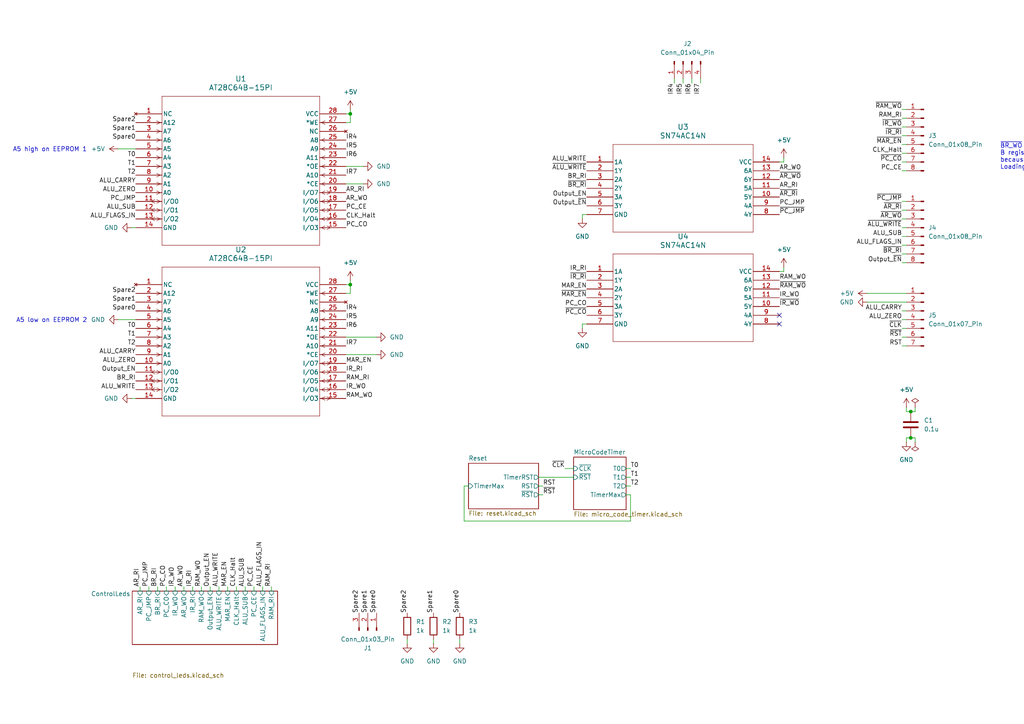
<source format=kicad_sch>
(kicad_sch (version 20231120) (generator "eeschema") (generator_version "8.0")
  (paper "A4")
  (lib_symbols
    (symbol "6x_not:SN74AC14N" (pin_names (offset 0.254))
      (property "Reference" "U" (at 27.94 10.16 0))
      (property "Value" "SN74AC14N" (at 27.94 7.62 0))
      (symbol "SN74AC14N_0_1"
        (polyline (pts (xy 7.62 -20.32) (xy 48.26 -20.32)) (stroke (width 0.127)))
        (polyline (pts (xy 7.62 5.08) (xy 7.62 -20.32)) (stroke (width 0.127)))
        (polyline (pts (xy 48.26 -20.32) (xy 48.26 5.08)) (stroke (width 0.127)))
        (polyline (pts (xy 48.26 5.08) (xy 7.62 5.08)) (stroke (width 0.127)))
        (pin input line (at 0 0 0) (length 7.62) (name "1A") (number "1"))
        (pin output line (at 55.88 -10.16 180) (length 7.62) (name "5Y") (number "10"))
        (pin input line (at 55.88 -7.62 180) (length 7.62) (name "5A") (number "11"))
        (pin output line (at 55.88 -5.08 180) (length 7.62) (name "6Y") (number "12"))
        (pin input line (at 55.88 -2.54 180) (length 7.62) (name "6A") (number "13"))
        (pin power_in line (at 55.88 0 180) (length 7.62) (name "VCC") (number "14"))
        (pin output line (at 0 -2.54 0) (length 7.62) (name "1Y") (number "2"))
        (pin input line (at 0 -5.08 0) (length 7.62) (name "2A") (number "3"))
        (pin output line (at 0 -7.62 0) (length 7.62) (name "2Y") (number "4"))
        (pin input line (at 0 -10.16 0) (length 7.62) (name "3A") (number "5"))
        (pin output line (at 0 -12.7 0) (length 7.62) (name "3Y") (number "6"))
        (pin power_in line (at 0 -15.24 0) (length 7.62) (name "GND") (number "7"))
        (pin output line (at 55.88 -15.24 180) (length 7.62) (name "4Y") (number "8"))
        (pin input line (at 55.88 -12.7 180) (length 7.62) (name "4A") (number "9"))
      )
    )
    (symbol "Connector:Conn_01x03_Pin" (pin_names (offset 1.016) hide)
      (property "Reference" "J" (at 0 5.08 0))
      (property "Value" "Conn_01x03_Pin" (at 0 -5.08 0))
      (symbol "Conn_01x03_Pin_1_1"
        (polyline (pts (xy 1.27 -2.54) (xy 0.8636 -2.54)) (stroke (width 0.1524)))
        (polyline (pts (xy 1.27 0) (xy 0.8636 0)) (stroke (width 0.1524)))
        (polyline (pts (xy 1.27 2.54) (xy 0.8636 2.54)) (stroke (width 0.1524)))
        (rectangle (start 0.8636 -2.413) (end 0 -2.667) (stroke (width 0.1524)) (fill (type outline)))
        (rectangle (start 0.8636 0.127) (end 0 -0.127) (stroke (width 0.1524)) (fill (type outline)))
        (rectangle (start 0.8636 2.667) (end 0 2.413) (stroke (width 0.1524)) (fill (type outline)))
        (pin passive line (at 5.08 2.54 180) (length 3.81) (name "Pin_1") (number "1"))
        (pin passive line (at 5.08 0 180) (length 3.81) (name "Pin_2") (number "2"))
        (pin passive line (at 5.08 -2.54 180) (length 3.81) (name "Pin_3") (number "3"))
      )
    )
    (symbol "Connector:Conn_01x04_Pin" (pin_names (offset 1.016) hide)
      (property "Reference" "J" (at 0 5.08 0))
      (property "Value" "Conn_01x04_Pin" (at 0 -7.62 0))
      (symbol "Conn_01x04_Pin_1_1"
        (polyline (pts (xy 1.27 -5.08) (xy 0.8636 -5.08)) (stroke (width 0.1524)))
        (polyline (pts (xy 1.27 -2.54) (xy 0.8636 -2.54)) (stroke (width 0.1524)))
        (polyline (pts (xy 1.27 0) (xy 0.8636 0)) (stroke (width 0.1524)))
        (polyline (pts (xy 1.27 2.54) (xy 0.8636 2.54)) (stroke (width 0.1524)))
        (rectangle (start 0.8636 -4.953) (end 0 -5.207) (stroke (width 0.1524)) (fill (type outline)))
        (rectangle (start 0.8636 -2.413) (end 0 -2.667) (stroke (width 0.1524)) (fill (type outline)))
        (rectangle (start 0.8636 0.127) (end 0 -0.127) (stroke (width 0.1524)) (fill (type outline)))
        (rectangle (start 0.8636 2.667) (end 0 2.413) (stroke (width 0.1524)) (fill (type outline)))
        (pin passive line (at 5.08 2.54 180) (length 3.81) (name "Pin_1") (number "1"))
        (pin passive line (at 5.08 0 180) (length 3.81) (name "Pin_2") (number "2"))
        (pin passive line (at 5.08 -2.54 180) (length 3.81) (name "Pin_3") (number "3"))
        (pin passive line (at 5.08 -5.08 180) (length 3.81) (name "Pin_4") (number "4"))
      )
    )
    (symbol "Connector:Conn_01x07_Pin" (pin_names (offset 1.016) hide)
      (property "Reference" "J" (at 0 10.16 0))
      (property "Value" "Conn_01x07_Pin" (at 0 -10.16 0))
      (symbol "Conn_01x07_Pin_1_1"
        (polyline (pts (xy 1.27 -7.62) (xy 0.8636 -7.62)) (stroke (width 0.1524)))
        (polyline (pts (xy 1.27 -5.08) (xy 0.8636 -5.08)) (stroke (width 0.1524)))
        (polyline (pts (xy 1.27 -2.54) (xy 0.8636 -2.54)) (stroke (width 0.1524)))
        (polyline (pts (xy 1.27 0) (xy 0.8636 0)) (stroke (width 0.1524)))
        (polyline (pts (xy 1.27 2.54) (xy 0.8636 2.54)) (stroke (width 0.1524)))
        (polyline (pts (xy 1.27 5.08) (xy 0.8636 5.08)) (stroke (width 0.1524)))
        (polyline (pts (xy 1.27 7.62) (xy 0.8636 7.62)) (stroke (width 0.1524)))
        (rectangle (start 0.8636 -7.493) (end 0 -7.747) (stroke (width 0.1524)) (fill (type outline)))
        (rectangle (start 0.8636 -4.953) (end 0 -5.207) (stroke (width 0.1524)) (fill (type outline)))
        (rectangle (start 0.8636 -2.413) (end 0 -2.667) (stroke (width 0.1524)) (fill (type outline)))
        (rectangle (start 0.8636 0.127) (end 0 -0.127) (stroke (width 0.1524)) (fill (type outline)))
        (rectangle (start 0.8636 2.667) (end 0 2.413) (stroke (width 0.1524)) (fill (type outline)))
        (rectangle (start 0.8636 5.207) (end 0 4.953) (stroke (width 0.1524)) (fill (type outline)))
        (rectangle (start 0.8636 7.747) (end 0 7.493) (stroke (width 0.1524)) (fill (type outline)))
        (pin passive line (at 5.08 7.62 180) (length 3.81) (name "Pin_1") (number "1"))
        (pin passive line (at 5.08 5.08 180) (length 3.81) (name "Pin_2") (number "2"))
        (pin passive line (at 5.08 2.54 180) (length 3.81) (name "Pin_3") (number "3"))
        (pin passive line (at 5.08 0 180) (length 3.81) (name "Pin_4") (number "4"))
        (pin passive line (at 5.08 -2.54 180) (length 3.81) (name "Pin_5") (number "5"))
        (pin passive line (at 5.08 -5.08 180) (length 3.81) (name "Pin_6") (number "6"))
        (pin passive line (at 5.08 -7.62 180) (length 3.81) (name "Pin_7") (number "7"))
      )
    )
    (symbol "Connector:Conn_01x08_Pin" (pin_names (offset 1.016) hide)
      (property "Reference" "J" (at 0 10.16 0))
      (property "Value" "Conn_01x08_Pin" (at 0 -12.7 0))
      (symbol "Conn_01x08_Pin_1_1"
        (polyline (pts (xy 1.27 -10.16) (xy 0.8636 -10.16)) (stroke (width 0.1524)))
        (polyline (pts (xy 1.27 -7.62) (xy 0.8636 -7.62)) (stroke (width 0.1524)))
        (polyline (pts (xy 1.27 -5.08) (xy 0.8636 -5.08)) (stroke (width 0.1524)))
        (polyline (pts (xy 1.27 -2.54) (xy 0.8636 -2.54)) (stroke (width 0.1524)))
        (polyline (pts (xy 1.27 0) (xy 0.8636 0)) (stroke (width 0.1524)))
        (polyline (pts (xy 1.27 2.54) (xy 0.8636 2.54)) (stroke (width 0.1524)))
        (polyline (pts (xy 1.27 5.08) (xy 0.8636 5.08)) (stroke (width 0.1524)))
        (polyline (pts (xy 1.27 7.62) (xy 0.8636 7.62)) (stroke (width 0.1524)))
        (rectangle (start 0.8636 -10.033) (end 0 -10.287) (stroke (width 0.1524)) (fill (type outline)))
        (rectangle (start 0.8636 -7.493) (end 0 -7.747) (stroke (width 0.1524)) (fill (type outline)))
        (rectangle (start 0.8636 -4.953) (end 0 -5.207) (stroke (width 0.1524)) (fill (type outline)))
        (rectangle (start 0.8636 -2.413) (end 0 -2.667) (stroke (width 0.1524)) (fill (type outline)))
        (rectangle (start 0.8636 0.127) (end 0 -0.127) (stroke (width 0.1524)) (fill (type outline)))
        (rectangle (start 0.8636 2.667) (end 0 2.413) (stroke (width 0.1524)) (fill (type outline)))
        (rectangle (start 0.8636 5.207) (end 0 4.953) (stroke (width 0.1524)) (fill (type outline)))
        (rectangle (start 0.8636 7.747) (end 0 7.493) (stroke (width 0.1524)) (fill (type outline)))
        (pin passive line (at 5.08 7.62 180) (length 3.81) (name "Pin_1") (number "1"))
        (pin passive line (at 5.08 5.08 180) (length 3.81) (name "Pin_2") (number "2"))
        (pin passive line (at 5.08 2.54 180) (length 3.81) (name "Pin_3") (number "3"))
        (pin passive line (at 5.08 0 180) (length 3.81) (name "Pin_4") (number "4"))
        (pin passive line (at 5.08 -2.54 180) (length 3.81) (name "Pin_5") (number "5"))
        (pin passive line (at 5.08 -5.08 180) (length 3.81) (name "Pin_6") (number "6"))
        (pin passive line (at 5.08 -7.62 180) (length 3.81) (name "Pin_7") (number "7"))
        (pin passive line (at 5.08 -10.16 180) (length 3.81) (name "Pin_8") (number "8"))
      )
    )
    (symbol "Device:C" (pin_numbers hide) (pin_names (offset 0.254))
      (property "Reference" "C" (at 0.635 2.54 0))
      (property "Value" "C" (at 0.635 -2.54 0))
      (symbol "C_0_1"
        (polyline (pts (xy -2.032 -0.762) (xy 2.032 -0.762)) (stroke (width 0.508)))
        (polyline (pts (xy -2.032 0.762) (xy 2.032 0.762)) (stroke (width 0.508)))
      )
      (symbol "C_1_1"
        (pin passive line (at 0 3.81 270) (length 2.794) (name "~") (number "1"))
        (pin passive line (at 0 -3.81 90) (length 2.794) (name "~") (number "2"))
      )
    )
    (symbol "Device:R" (pin_numbers hide) (pin_names (offset 0))
      (property "Reference" "R" (at 2.032 0 90))
      (property "Value" "R" (at 0 0 90))
      (symbol "R_0_1"
        (rectangle (start -1.016 -2.54) (end 1.016 2.54) (stroke (width 0.254)))
      )
      (symbol "R_1_1"
        (pin passive line (at 0 3.81 270) (length 1.27) (name "~") (number "1"))
        (pin passive line (at 0 -3.81 90) (length 1.27) (name "~") (number "2"))
      )
    )
    (symbol "eeprom:AT28C64B-15PI" (pin_names (offset 0.254))
      (property "Reference" "U" (at 30.48 10.16 0))
      (property "Value" "AT28C64B-15PI" (at 30.48 7.62 0))
      (symbol "AT28C64B-15PI_0_1"
        (polyline (pts (xy 5.5372 -31.0007) (xy 4.4958 -30.48)) (stroke (width 0.127)))
        (polyline (pts (xy 5.5372 -29.9593) (xy 4.4958 -30.48)) (stroke (width 0.127)))
        (polyline (pts (xy 5.5372 -28.4607) (xy 4.4958 -27.94)) (stroke (width 0.127)))
        (polyline (pts (xy 5.5372 -27.4193) (xy 4.4958 -27.94)) (stroke (width 0.127)))
        (polyline (pts (xy 5.5372 -25.9207) (xy 4.4958 -25.4)) (stroke (width 0.127)))
        (polyline (pts (xy 5.5372 -24.8793) (xy 4.4958 -25.4)) (stroke (width 0.127)))
        (polyline (pts (xy 7.0993 -30.48) (xy 6.0579 -31.0007)) (stroke (width 0.127)))
        (polyline (pts (xy 7.0993 -30.48) (xy 6.0579 -29.9593)) (stroke (width 0.127)))
        (polyline (pts (xy 7.0993 -27.94) (xy 6.0579 -28.4607)) (stroke (width 0.127)))
        (polyline (pts (xy 7.0993 -27.94) (xy 6.0579 -27.4193)) (stroke (width 0.127)))
        (polyline (pts (xy 7.0993 -25.4) (xy 6.0579 -25.9207)) (stroke (width 0.127)))
        (polyline (pts (xy 7.0993 -25.4) (xy 6.0579 -24.8793)) (stroke (width 0.127)))
        (polyline (pts (xy 7.0993 -22.86) (xy 6.0579 -23.3807)) (stroke (width 0.127)))
        (polyline (pts (xy 7.0993 -22.86) (xy 6.0579 -22.3393)) (stroke (width 0.127)))
        (polyline (pts (xy 7.0993 -20.32) (xy 6.0579 -20.8407)) (stroke (width 0.127)))
        (polyline (pts (xy 7.0993 -20.32) (xy 6.0579 -19.7993)) (stroke (width 0.127)))
        (polyline (pts (xy 7.0993 -17.78) (xy 6.0579 -18.3007)) (stroke (width 0.127)))
        (polyline (pts (xy 7.0993 -17.78) (xy 6.0579 -17.2593)) (stroke (width 0.127)))
        (polyline (pts (xy 7.0993 -15.24) (xy 6.0579 -15.7607)) (stroke (width 0.127)))
        (polyline (pts (xy 7.0993 -15.24) (xy 6.0579 -14.7193)) (stroke (width 0.127)))
        (polyline (pts (xy 7.0993 -12.7) (xy 6.0579 -13.2207)) (stroke (width 0.127)))
        (polyline (pts (xy 7.0993 -12.7) (xy 6.0579 -12.1793)) (stroke (width 0.127)))
        (polyline (pts (xy 7.0993 -10.16) (xy 6.0579 -10.6807)) (stroke (width 0.127)))
        (polyline (pts (xy 7.0993 -10.16) (xy 6.0579 -9.6393)) (stroke (width 0.127)))
        (polyline (pts (xy 7.0993 -7.62) (xy 6.0579 -8.1407)) (stroke (width 0.127)))
        (polyline (pts (xy 7.0993 -7.62) (xy 6.0579 -7.0993)) (stroke (width 0.127)))
        (polyline (pts (xy 7.0993 -5.08) (xy 6.0579 -5.6007)) (stroke (width 0.127)))
        (polyline (pts (xy 7.0993 -5.08) (xy 6.0579 -4.5593)) (stroke (width 0.127)))
        (polyline (pts (xy 7.0993 -2.54) (xy 6.0579 -3.0607)) (stroke (width 0.127)))
        (polyline (pts (xy 7.0993 -2.54) (xy 6.0579 -2.0193)) (stroke (width 0.127)))
        (polyline (pts (xy 7.62 -38.1) (xy 53.34 -38.1)) (stroke (width 0.127)))
        (polyline (pts (xy 7.62 5.08) (xy 7.62 -38.1)) (stroke (width 0.127)))
        (polyline (pts (xy 53.34 -38.1) (xy 53.34 5.08)) (stroke (width 0.127)))
        (polyline (pts (xy 53.34 5.08) (xy 7.62 5.08)) (stroke (width 0.127)))
        (polyline (pts (xy 53.8607 -33.02) (xy 54.9021 -33.5407)) (stroke (width 0.127)))
        (polyline (pts (xy 53.8607 -33.02) (xy 54.9021 -32.4993)) (stroke (width 0.127)))
        (polyline (pts (xy 53.8607 -30.48) (xy 54.9021 -31.0007)) (stroke (width 0.127)))
        (polyline (pts (xy 53.8607 -30.48) (xy 54.9021 -29.9593)) (stroke (width 0.127)))
        (polyline (pts (xy 53.8607 -27.94) (xy 54.9021 -28.4607)) (stroke (width 0.127)))
        (polyline (pts (xy 53.8607 -27.94) (xy 54.9021 -27.4193)) (stroke (width 0.127)))
        (polyline (pts (xy 53.8607 -25.4) (xy 54.9021 -25.9207)) (stroke (width 0.127)))
        (polyline (pts (xy 53.8607 -25.4) (xy 54.9021 -24.8793)) (stroke (width 0.127)))
        (polyline (pts (xy 53.8607 -22.86) (xy 54.9021 -23.3807)) (stroke (width 0.127)))
        (polyline (pts (xy 53.8607 -22.86) (xy 54.9021 -22.3393)) (stroke (width 0.127)))
        (polyline (pts (xy 53.8607 -20.32) (xy 54.9021 -20.8407)) (stroke (width 0.127)))
        (polyline (pts (xy 53.8607 -20.32) (xy 54.9021 -19.7993)) (stroke (width 0.127)))
        (polyline (pts (xy 53.8607 -17.78) (xy 54.9021 -18.3007)) (stroke (width 0.127)))
        (polyline (pts (xy 53.8607 -17.78) (xy 54.9021 -17.2593)) (stroke (width 0.127)))
        (polyline (pts (xy 53.8607 -15.24) (xy 54.9021 -15.7607)) (stroke (width 0.127)))
        (polyline (pts (xy 53.8607 -15.24) (xy 54.9021 -14.7193)) (stroke (width 0.127)))
        (polyline (pts (xy 53.8607 -12.7) (xy 54.9021 -13.2207)) (stroke (width 0.127)))
        (polyline (pts (xy 53.8607 -12.7) (xy 54.9021 -12.1793)) (stroke (width 0.127)))
        (polyline (pts (xy 53.8607 -10.16) (xy 54.9021 -10.6807)) (stroke (width 0.127)))
        (polyline (pts (xy 53.8607 -10.16) (xy 54.9021 -9.6393)) (stroke (width 0.127)))
        (polyline (pts (xy 53.8607 -7.62) (xy 54.9021 -8.1407)) (stroke (width 0.127)))
        (polyline (pts (xy 53.8607 -7.62) (xy 54.9021 -7.0993)) (stroke (width 0.127)))
        (polyline (pts (xy 53.8607 -2.54) (xy 54.9021 -3.0607)) (stroke (width 0.127)))
        (polyline (pts (xy 53.8607 -2.54) (xy 54.9021 -2.0193)) (stroke (width 0.127)))
        (polyline (pts (xy 55.4228 -33.5407) (xy 56.4642 -33.02)) (stroke (width 0.127)))
        (polyline (pts (xy 55.4228 -32.4993) (xy 56.4642 -33.02)) (stroke (width 0.127)))
        (polyline (pts (xy 55.4228 -31.0007) (xy 56.4642 -30.48)) (stroke (width 0.127)))
        (polyline (pts (xy 55.4228 -29.9593) (xy 56.4642 -30.48)) (stroke (width 0.127)))
        (polyline (pts (xy 55.4228 -28.4607) (xy 56.4642 -27.94)) (stroke (width 0.127)))
        (polyline (pts (xy 55.4228 -27.4193) (xy 56.4642 -27.94)) (stroke (width 0.127)))
        (polyline (pts (xy 55.4228 -25.9207) (xy 56.4642 -25.4)) (stroke (width 0.127)))
        (polyline (pts (xy 55.4228 -24.8793) (xy 56.4642 -25.4)) (stroke (width 0.127)))
        (polyline (pts (xy 55.4228 -23.3807) (xy 56.4642 -22.86)) (stroke (width 0.127)))
        (polyline (pts (xy 55.4228 -22.3393) (xy 56.4642 -22.86)) (stroke (width 0.127)))
        (pin no_connect line (at 0 0 0) (length 7.62) (name "NC") (number "1"))
        (pin input line (at 0 -22.86 0) (length 7.62) (name "A0") (number "10"))
        (pin bidirectional line (at 0 -25.4 0) (length 7.62) (name "I/O0") (number "11"))
        (pin bidirectional line (at 0 -27.94 0) (length 7.62) (name "I/O1") (number "12"))
        (pin bidirectional line (at 0 -30.48 0) (length 7.62) (name "I/O2") (number "13"))
        (pin power_in line (at 0 -33.02 0) (length 7.62) (name "GND") (number "14"))
        (pin bidirectional line (at 60.96 -33.02 180) (length 7.62) (name "I/O3") (number "15"))
        (pin bidirectional line (at 60.96 -30.48 180) (length 7.62) (name "I/O4") (number "16"))
        (pin bidirectional line (at 60.96 -27.94 180) (length 7.62) (name "I/O5") (number "17"))
        (pin bidirectional line (at 60.96 -25.4 180) (length 7.62) (name "I/O6") (number "18"))
        (pin bidirectional line (at 60.96 -22.86 180) (length 7.62) (name "I/O7") (number "19"))
        (pin input line (at 0 -2.54 0) (length 7.62) (name "A12") (number "2"))
        (pin input line (at 60.96 -20.32 180) (length 7.62) (name "*CE") (number "20"))
        (pin input line (at 60.96 -17.78 180) (length 7.62) (name "A10") (number "21"))
        (pin input line (at 60.96 -15.24 180) (length 7.62) (name "*OE") (number "22"))
        (pin input line (at 60.96 -12.7 180) (length 7.62) (name "A11") (number "23"))
        (pin input line (at 60.96 -10.16 180) (length 7.62) (name "A9") (number "24"))
        (pin input line (at 60.96 -7.62 180) (length 7.62) (name "A8") (number "25"))
        (pin no_connect line (at 60.96 -5.08 180) (length 7.62) (name "NC") (number "26"))
        (pin input line (at 60.96 -2.54 180) (length 7.62) (name "*WE") (number "27"))
        (pin power_in line (at 60.96 0 180) (length 7.62) (name "VCC") (number "28"))
        (pin input line (at 0 -5.08 0) (length 7.62) (name "A7") (number "3"))
        (pin input line (at 0 -7.62 0) (length 7.62) (name "A6") (number "4"))
        (pin input line (at 0 -10.16 0) (length 7.62) (name "A5") (number "5"))
        (pin input line (at 0 -12.7 0) (length 7.62) (name "A4") (number "6"))
        (pin input line (at 0 -15.24 0) (length 7.62) (name "A3") (number "7"))
        (pin input line (at 0 -17.78 0) (length 7.62) (name "A2") (number "8"))
        (pin input line (at 0 -20.32 0) (length 7.62) (name "A1") (number "9"))
      )
    )
    (symbol "power:+5V" (power) (pin_numbers hide) (pin_names (offset 0) hide)
      (property "Value" "+5V" (at 0 3.556 0))
      (symbol "+5V_0_1"
        (polyline (pts (xy -0.762 1.27) (xy 0 2.54)))
        (polyline (pts (xy 0 0) (xy 0 2.54)))
        (polyline (pts (xy 0 2.54) (xy 0.762 1.27)))
      )
      (symbol "+5V_1_1"
        (pin power_in line (at 0 0 90) (length 0) (name "~") (number "1"))
      )
    )
    (symbol "power:GND" (power) (pin_numbers hide) (pin_names (offset 0) hide)
      (property "Value" "GND" (at 0 -3.81 0))
      (symbol "GND_0_1"
        (polyline (pts (xy 0 0) (xy 0 -1.27) (xy 1.27 -1.27) (xy 0 -2.54) (xy -1.27 -1.27) (xy 0 -1.27)))
      )
      (symbol "GND_1_1"
        (pin power_in line (at 0 0 270) (length 0) (name "~") (number "1"))
      )
    )
    (symbol "power:PWR_FLAG" (power) (pin_numbers hide) (pin_names (offset 0) hide)
      (property "Value" "PWR_FLAG" (at 0 3.81 0))
      (symbol "PWR_FLAG_0_0"
        (pin power_out line (at 0 0 90) (length 0) (name "~") (number "1"))
      )
      (symbol "PWR_FLAG_0_1"
        (polyline (pts (xy 0 0) (xy 0 1.27) (xy -1.016 1.905) (xy 0 2.54) (xy 1.016 1.905) (xy 0 1.27)))
      )
    )
  )
  (junction (at 264.16 119.38))
  (junction (at 264.16 127))
  (junction (at 101.6 82.55))
  (junction (at 101.6 33.02))
  (no_connect (at 226.06 93.98))
  (no_connect (at 226.06 91.44))
  (wire (pts (xy 181.61 143.51) (xy 182.88 143.51)))
  (wire (pts (xy 156.21 143.51) (xy 157.48 143.51)))
  (wire (pts (xy 181.61 140.97) (xy 182.88 140.97)))
  (wire (pts (xy 262.89 127) (xy 264.16 127)))
  (wire (pts (xy 45.72 171.45) (xy 45.72 170.18)))
  (wire (pts (xy 55.88 171.45) (xy 55.88 170.18)))
  (wire (pts (xy 38.1 66.04) (xy 39.37 66.04)))
  (wire (pts (xy 101.6 85.09) (xy 100.33 85.09)))
  (wire (pts (xy 48.26 171.45) (xy 48.26 170.18)))
  (wire (pts (xy 182.88 143.51) (xy 182.88 151.13)))
  (wire (pts (xy 156.21 140.97) (xy 157.48 140.97)))
  (wire (pts (xy 198.12 22.86) (xy 198.12 24.13)))
  (wire (pts (xy 262.89 118.11) (xy 262.89 119.38)))
  (wire (pts (xy 261.62 95.25) (xy 262.89 95.25)))
  (wire (pts (xy 251.46 85.09) (xy 262.89 85.09)))
  (wire (pts (xy 265.43 128.27) (xy 265.43 127)))
  (wire (pts (xy 261.62 34.29) (xy 262.89 34.29)))
  (wire (pts (xy 101.6 35.56) (xy 100.33 35.56)))
  (wire (pts (xy 261.62 100.33) (xy 262.89 100.33)))
  (wire (pts (xy 63.5 171.45) (xy 63.5 170.18)))
  (wire (pts (xy 163.83 135.89) (xy 166.37 135.89)))
  (wire (pts (xy 101.6 31.75) (xy 101.6 33.02)))
  (wire (pts (xy 261.62 76.2) (xy 262.89 76.2)))
  (wire (pts (xy 156.21 138.43) (xy 166.37 138.43)))
  (wire (pts (xy 168.91 62.23) (xy 168.91 63.5)))
  (wire (pts (xy 133.35 185.42) (xy 133.35 186.69)))
  (wire (pts (xy 261.62 46.99) (xy 262.89 46.99)))
  (wire (pts (xy 100.33 102.87) (xy 109.22 102.87)))
  (wire (pts (xy 170.18 62.23) (xy 168.91 62.23)))
  (wire (pts (xy 168.91 93.98) (xy 168.91 95.25)))
  (wire (pts (xy 262.89 119.38) (xy 264.16 119.38)))
  (wire (pts (xy 181.61 135.89) (xy 182.88 135.89)))
  (wire (pts (xy 53.34 171.45) (xy 53.34 170.18)))
  (wire (pts (xy 60.96 171.45) (xy 60.96 170.18)))
  (wire (pts (xy 261.62 39.37) (xy 262.89 39.37)))
  (wire (pts (xy 261.62 73.66) (xy 262.89 73.66)))
  (wire (pts (xy 261.62 41.91) (xy 262.89 41.91)))
  (wire (pts (xy 125.73 185.42) (xy 125.73 186.69)))
  (wire (pts (xy 182.88 151.13) (xy 134.62 151.13)))
  (wire (pts (xy 261.62 58.42) (xy 262.89 58.42)))
  (wire (pts (xy 76.2 171.45) (xy 76.2 170.18)))
  (wire (pts (xy 100.33 53.34) (xy 105.41 53.34)))
  (wire (pts (xy 39.37 43.18) (xy 34.29 43.18)))
  (wire (pts (xy 227.33 78.74) (xy 226.06 78.74)))
  (wire (pts (xy 101.6 82.55) (xy 101.6 85.09)))
  (wire (pts (xy 181.61 138.43) (xy 182.88 138.43)))
  (wire (pts (xy 101.6 33.02) (xy 101.6 35.56)))
  (wire (pts (xy 227.33 45.72) (xy 227.33 46.99)))
  (wire (pts (xy 227.33 46.99) (xy 226.06 46.99)))
  (wire (pts (xy 261.62 31.75) (xy 262.89 31.75)))
  (wire (pts (xy 261.62 97.79) (xy 262.89 97.79)))
  (wire (pts (xy 118.11 185.42) (xy 118.11 186.69)))
  (wire (pts (xy 50.8 171.45) (xy 50.8 170.18)))
  (wire (pts (xy 200.66 22.86) (xy 200.66 24.13)))
  (wire (pts (xy 40.64 171.45) (xy 40.64 170.18)))
  (wire (pts (xy 265.43 127) (xy 264.16 127)))
  (wire (pts (xy 261.62 68.58) (xy 262.89 68.58)))
  (wire (pts (xy 261.62 63.5) (xy 262.89 63.5)))
  (wire (pts (xy 251.46 87.63) (xy 262.89 87.63)))
  (wire (pts (xy 38.1 115.57) (xy 39.37 115.57)))
  (wire (pts (xy 78.74 171.45) (xy 78.74 170.18)))
  (wire (pts (xy 261.62 71.12) (xy 262.89 71.12)))
  (wire (pts (xy 134.62 140.97) (xy 135.89 140.97)))
  (wire (pts (xy 170.18 93.98) (xy 168.91 93.98)))
  (wire (pts (xy 265.43 119.38) (xy 264.16 119.38)))
  (wire (pts (xy 261.62 66.04) (xy 262.89 66.04)))
  (wire (pts (xy 195.58 22.86) (xy 195.58 24.13)))
  (wire (pts (xy 261.62 92.71) (xy 262.89 92.71)))
  (wire (pts (xy 203.2 22.86) (xy 203.2 24.13)))
  (wire (pts (xy 261.62 49.53) (xy 262.89 49.53)))
  (wire (pts (xy 262.89 128.27) (xy 262.89 127)))
  (wire (pts (xy 261.62 36.83) (xy 262.89 36.83)))
  (wire (pts (xy 100.33 48.26) (xy 105.41 48.26)))
  (wire (pts (xy 43.18 171.45) (xy 43.18 170.18)))
  (wire (pts (xy 100.33 82.55) (xy 101.6 82.55)))
  (wire (pts (xy 71.12 171.45) (xy 71.12 170.18)))
  (wire (pts (xy 100.33 33.02) (xy 101.6 33.02)))
  (wire (pts (xy 39.37 92.71) (xy 34.29 92.71)))
  (wire (pts (xy 227.33 77.47) (xy 227.33 78.74)))
  (wire (pts (xy 100.33 97.79) (xy 109.22 97.79)))
  (wire (pts (xy 66.04 171.45) (xy 66.04 170.18)))
  (wire (pts (xy 58.42 171.45) (xy 58.42 170.18)))
  (wire (pts (xy 101.6 81.28) (xy 101.6 82.55)))
  (wire (pts (xy 261.62 44.45) (xy 262.89 44.45)))
  (wire (pts (xy 68.58 171.45) (xy 68.58 170.18)))
  (wire (pts (xy 134.62 151.13) (xy 134.62 140.97)))
  (wire (pts (xy 261.62 60.96) (xy 262.89 60.96)))
  (wire (pts (xy 73.66 171.45) (xy 73.66 170.18)))
  (wire (pts (xy 265.43 118.11) (xy 265.43 119.38)))
  (wire (pts (xy 261.62 90.17) (xy 262.89 90.17)))
  (text "A5 high on EEPROM 1" (at 14.478 43.434 0) (effects (font (size 1.27 1.27))))
  (text "~{BR_WO}\nB register output is not used in Ben Eaters computer,\nbecause it would require another EEPROM or EEPROMS with more data lines.\nLoading to B is only used for ALU operations." (at 290.068 45.466 0) (effects (font (size 1.27 1.27)) (justify left)))
  (text "A5 low on EEPROM 2" (at 14.986 92.964 0) (effects (font (size 1.27 1.27))))
  (label "T0" (at 39.37 45.72 180))
  (label "PC_JMP" (at 43.18 170.18 90))
  (label "PC_CE" (at 73.66 170.18 90))
  (label "T1" (at 39.37 48.26 180))
  (label "ALU_SUB" (at 39.37 60.96 180))
  (label "~{CLK}" (at 163.83 135.89 180))
  (label "Output_EN" (at 60.96 170.18 90))
  (label "~{CLK}" (at 261.62 95.25 180))
  (label "AR_RI" (at 40.64 170.18 90))
  (label "MAR_EN" (at 170.18 83.82 180))
  (label "~{RAM_WO}" (at 226.06 83.82 0))
  (label "IR6" (at 100.33 95.25 0))
  (label "~{RST}" (at 157.48 143.51 0))
  (label "PC_JMP" (at 226.06 59.69 0))
  (label "ALU_ZERO" (at 39.37 105.41 180))
  (label "~{IR_WO}" (at 261.62 36.83 180))
  (label "PC_CE" (at 261.62 49.53 180))
  (label "AR_WO" (at 53.34 170.18 90))
  (label "~{ALU_WRITE}" (at 170.18 49.53 180))
  (label "Spare0" (at 133.35 177.8 90))
  (label "PC_CO" (at 48.26 170.18 90))
  (label "IR_RI" (at 55.88 170.18 90))
  (label "IR4" (at 100.33 40.64 0))
  (label "Spare1" (at 125.73 177.8 90))
  (label "Spare2" (at 39.37 85.09 180))
  (label "RST" (at 157.48 140.97 0))
  (label "ALU_WRITE" (at 39.37 113.03 180))
  (label "T2" (at 182.88 140.97 0))
  (label "ALU_FLAGS_IN" (at 39.37 63.5 180))
  (label "IR_WO" (at 226.06 86.36 0))
  (label "IR_WO" (at 100.33 113.03 0))
  (label "IR6" (at 100.33 45.72 0))
  (label "T2" (at 39.37 100.33 180))
  (label "RAM_WO" (at 100.33 115.57 0))
  (label "~{RST}" (at 261.62 97.79 180))
  (label "Spare1" (at 39.37 87.63 180))
  (label "ALU_SUB" (at 261.62 68.58 180))
  (label "~{BR_RI}" (at 170.18 54.61 180))
  (label "Output_EN" (at 170.18 57.15 180))
  (label "IR5" (at 198.12 24.13 270))
  (label "MAR_EN" (at 100.33 105.41 0))
  (label "ALU_WRITE" (at 170.18 46.99 180))
  (label "PC_CO" (at 170.18 88.9 180))
  (label "RST" (at 261.62 100.33 180))
  (label "Output_~{EN}" (at 170.18 59.69 180))
  (label "RAM_RI" (at 261.62 34.29 180))
  (label "BR_RI" (at 39.37 110.49 180))
  (label "AR_WO" (at 100.33 58.42 0))
  (label "T1" (at 182.88 138.43 0))
  (label "~{IR_RI}" (at 170.18 81.28 180))
  (label "ALU_CARRY" (at 39.37 53.34 180))
  (label "MAR_EN" (at 66.04 170.18 90))
  (label "PC_CE" (at 100.33 60.96 0))
  (label "~{MAR_EN}" (at 170.18 86.36 180))
  (label "IR7" (at 100.33 100.33 0))
  (label "AR_RI" (at 100.33 55.88 0))
  (label "ALU_CARRY" (at 261.62 90.17 180))
  (label "~{PC_CO}" (at 170.18 91.44 180))
  (label "Output_EN" (at 39.37 107.95 180))
  (label "T1" (at 39.37 97.79 180))
  (label "ALU_ZERO" (at 39.37 55.88 180))
  (label "RAM_RI" (at 100.33 110.49 0))
  (label "IR5" (at 100.33 92.71 0))
  (label "~{IR_RI}" (at 261.62 39.37 180))
  (label "IR_WO" (at 50.8 170.18 90))
  (label "ALU_WRITE" (at 63.5 170.18 90))
  (label "IR4" (at 100.33 90.17 0))
  (label "~{BR_RI}" (at 261.62 73.66 180))
  (label "AR_WO" (at 226.06 49.53 0))
  (label "ALU_FLAGS_IN" (at 76.2 170.18 90))
  (label "ALU_SUB" (at 71.12 170.18 90))
  (label "ALU_FLAGS_IN" (at 261.62 71.12 180))
  (label "ALU_ZERO" (at 261.62 92.71 180))
  (label "Spare0" (at 109.22 177.8 90))
  (label "~{RAM_WO}" (at 261.62 31.75 180))
  (label "IR4" (at 195.58 24.13 270))
  (label "RAM_WO" (at 226.06 81.28 0))
  (label "Spare1" (at 39.37 38.1 180))
  (label "RAM_WO" (at 58.42 170.18 90))
  (label "~{AR_RI}" (at 226.06 57.15 0))
  (label "~{AR_WO}" (at 226.06 52.07 0))
  (label "IR7" (at 100.33 50.8 0))
  (label "CLK_Halt" (at 100.33 63.5 0))
  (label "BR_RI" (at 170.18 52.07 180))
  (label "T0" (at 39.37 95.25 180))
  (label "~{PC_JMP}" (at 226.06 62.23 0))
  (label "RAM_RI" (at 78.74 170.18 90))
  (label "CLK_Halt" (at 68.58 170.18 90))
  (label "Spare0" (at 39.37 90.17 180))
  (label "PC_JMP" (at 39.37 58.42 180))
  (label "~{AR_WO}" (at 261.62 63.5 180))
  (label "Spare2" (at 104.14 177.8 90))
  (label "~{ALU_WRITE}" (at 261.62 66.04 180))
  (label "Spare2" (at 39.37 35.56 180))
  (label "BR_RI" (at 45.72 170.18 90))
  (label "Output_~{EN}" (at 261.62 76.2 180))
  (label "CLK_Halt" (at 261.62 44.45 180))
  (label "ALU_CARRY" (at 39.37 102.87 180))
  (label "~{PC_JMP}" (at 261.62 58.42 180))
  (label "Spare0" (at 39.37 40.64 180))
  (label "Spare2" (at 118.11 177.8 90))
  (label "AR_RI" (at 226.06 54.61 0))
  (label "IR_RI" (at 100.33 107.95 0))
  (label "IR7" (at 203.2 24.13 270))
  (label "T2" (at 39.37 50.8 180))
  (label "IR_RI" (at 170.18 78.74 180))
  (label "T0" (at 182.88 135.89 0))
  (label "Spare1" (at 106.68 177.8 90))
  (label "IR5" (at 100.33 43.18 0))
  (label "~{MAR_EN}" (at 261.62 41.91 180))
  (label "IR6" (at 200.66 24.13 270))
  (label "~{PC_CO}" (at 261.62 46.99 180))
  (label "~{IR_WO}" (at 226.06 88.9 0))
  (label "~{AR_RI}" (at 261.62 60.96 180))
  (label "PC_CO" (at 100.33 66.04 0))
  (symbol (lib_id "power:GND") (at 38.1 66.04 270) (unit 1)
    (property "Reference" "#PWR03" (effects (hide yes)))
    (property "Value" "GND" (at 34.29 66.0399 90) (effects (justify right)))
    (property "Description" "Power symbol creates a global label with name \"GND\" , ground" (effects (hide yes)))
  )
  (symbol (lib_id "power:+5V") (at 251.46 85.09 90) (unit 1)
    (property "Reference" "#PWR018" (effects (hide yes)))
    (property "Value" "+5V" (at 247.65 85.0899 90) (effects (justify left)))
    (property "Description" "Power symbol creates a global label with name \"+5V\"" (effects (hide yes)))
  )
  (symbol (lib_id "power:GND") (at 251.46 87.63 270) (unit 1)
    (property "Reference" "#PWR019" (effects (hide yes)))
    (property "Value" "GND" (at 247.65 87.6299 90) (effects (justify right)))
    (property "Description" "Power symbol creates a global label with name \"GND\" , ground" (effects (hide yes)))
  )
  (symbol (lib_id "Connector:Conn_01x03_Pin") (at 106.68 182.88 270) (mirror x) (unit 1)
    (property "Reference" "J1" (at 106.68 187.96 90))
    (property "Value" "Conn_01x03_Pin" (at 106.68 185.42 90))
    (property "Footprint" "Connector_PinHeader_2.54mm:PinHeader_1x03_P2.54mm_Vertical" (effects (hide yes)))
    (property "Description" "Generic connector, single row, 01x03, script generated" (effects (hide yes)))
  )
  (symbol (lib_id "power:PWR_FLAG") (at 265.43 128.27 180) (unit 1)
    (property "Reference" "#FLG02" (effects (hide yes)))
    (property "Value" "PWR_FLAG" (effects (hide yes)))
    (property "Description" "Special symbol for telling ERC where power comes from" (effects (hide yes)))
  )
  (symbol (lib_id "6x_not:SN74AC14N") (at 170.18 78.74 0) (unit 1)
    (property "Reference" "U4" (at 198.12 68.58 0) (effects (font (size 1.524 1.524))))
    (property "Value" "SN74AC14N" (at 198.12 71.12 0) (effects (font (size 1.524 1.524))))
    (property "Footprint" "_DownloadFootprints:6x_not" (effects (hide yes)))
    (property "Datasheet" "SN74AC14N" (effects (hide yes)))
  )
  (symbol (lib_id "power:GND") (at 109.22 102.87 90) (unit 1)
    (property "Reference" "#PWR010" (effects (hide yes)))
    (property "Value" "GND" (at 113.03 102.8699 90) (effects (justify right)))
    (property "Description" "Power symbol creates a global label with name \"GND\" , ground" (effects (hide yes)))
  )
  (symbol (lib_id "power:GND") (at 109.22 97.79 90) (unit 1)
    (property "Reference" "#PWR09" (effects (hide yes)))
    (property "Value" "GND" (at 113.03 97.7899 90) (effects (justify right)))
    (property "Description" "Power symbol creates a global label with name \"GND\" , ground" (effects (hide yes)))
  )
  (symbol (lib_id "power:GND") (at 125.73 186.69 0) (unit 1)
    (property "Reference" "#PWR012" (effects (hide yes)))
    (property "Value" "GND" (at 125.73 191.77 0))
    (property "Description" "Power symbol creates a global label with name \"GND\" , ground" (effects (hide yes)))
  )
  (symbol (lib_id "Connector:Conn_01x07_Pin") (at 267.97 92.71 0) (mirror y) (unit 1)
    (property "Reference" "J5" (at 269.24 91.4399 0) (effects (justify right)))
    (property "Value" "Conn_01x07_Pin" (at 269.24 93.9799 0) (effects (justify right)))
    (property "Footprint" "Connector_PinHeader_2.54mm:PinHeader_1x07_P2.54mm_Vertical" (effects (hide yes)))
    (property "Description" "Generic connector, single row, 01x07, script generated" (effects (hide yes)))
  )
  (symbol (lib_id "power:+5V") (at 101.6 81.28 0) (unit 1)
    (property "Reference" "#PWR06" (effects (hide yes)))
    (property "Value" "+5V" (at 101.6 76.2 0))
    (property "Description" "Power symbol creates a global label with name \"+5V\"" (effects (hide yes)))
  )
  (symbol (lib_id "Device:C") (at 264.16 123.19 0) (unit 1)
    (property "Reference" "C1" (at 267.97 121.9199 0) (effects (justify left)))
    (property "Value" "0.1u" (at 267.97 124.4599 0) (effects (justify left)))
    (property "Footprint" "Capacitor_THT:C_Disc_D5.0mm_W2.5mm_P2.50mm" (effects (hide yes)))
    (property "Description" "Unpolarized capacitor" (effects (hide yes)))
  )
  (symbol (lib_id "power:+5V") (at 227.33 77.47 0) (unit 1)
    (property "Reference" "#PWR017" (effects (hide yes)))
    (property "Value" "+5V" (at 227.33 72.39 0))
    (property "Description" "Power symbol creates a global label with name \"+5V\"" (effects (hide yes)))
  )
  (symbol (lib_id "6x_not:SN74AC14N") (at 170.18 46.99 0) (unit 1)
    (property "Reference" "U3" (at 198.12 36.83 0) (effects (font (size 1.524 1.524))))
    (property "Value" "SN74AC14N" (at 198.12 39.37 0) (effects (font (size 1.524 1.524))))
    (property "Footprint" "_DownloadFootprints:6x_not" (effects (hide yes)))
    (property "Datasheet" "SN74AC14N" (effects (hide yes)))
  )
  (symbol (lib_id "Device:R") (at 118.11 181.61 0) (unit 1)
    (property "Reference" "R1" (at 120.65 180.3399 0) (effects (justify left)))
    (property "Value" "1k" (at 120.65 182.8799 0) (effects (justify left)))
    (property "Footprint" "_DownloadFootprints:CF_series_Resistors_THT" (effects (hide yes)))
    (property "Description" "Resistor" (effects (hide yes)))
  )
  (symbol (lib_id "Device:R") (at 125.73 181.61 0) (unit 1)
    (property "Reference" "R2" (at 128.27 180.3399 0) (effects (justify left)))
    (property "Value" "1k" (at 128.27 182.8799 0) (effects (justify left)))
    (property "Footprint" "_DownloadFootprints:CF_series_Resistors_THT" (effects (hide yes)))
    (property "Description" "Resistor" (effects (hide yes)))
  )
  (symbol (lib_id "eeprom:AT28C64B-15PI") (at 39.37 82.55 0) (unit 1)
    (property "Reference" "U2" (at 69.85 72.39 0) (effects (font (size 1.524 1.524))))
    (property "Value" "AT28C64B-15PI" (at 69.85 74.93 0) (effects (font (size 1.524 1.524))))
    (property "Footprint" "_DownloadFootprints:eeprom" (effects (hide yes)))
    (property "Datasheet" "AT28C64B-15PI" (effects (hide yes)))
  )
  (symbol (lib_id "power:GND") (at 105.41 53.34 90) (unit 1)
    (property "Reference" "#PWR08" (effects (hide yes)))
    (property "Value" "GND" (at 109.22 53.3399 90) (effects (justify right)))
    (property "Description" "Power symbol creates a global label with name \"GND\" , ground" (effects (hide yes)))
  )
  (symbol (lib_id "power:GND") (at 133.35 186.69 0) (unit 1)
    (property "Reference" "#PWR013" (effects (hide yes)))
    (property "Value" "GND" (at 133.35 191.77 0))
    (property "Description" "Power symbol creates a global label with name \"GND\" , ground" (effects (hide yes)))
  )
  (symbol (lib_id "power:+5V") (at 34.29 43.18 90) (mirror x) (unit 1)
    (property "Reference" "#PWR01" (effects (hide yes)))
    (property "Value" "+5V" (at 30.48 43.1799 90) (effects (justify left)))
    (property "Description" "Power symbol creates a global label with name \"+5V\"" (effects (hide yes)))
  )
  (symbol (lib_id "eeprom:AT28C64B-15PI") (at 39.37 33.02 0) (unit 1)
    (property "Reference" "U1" (at 69.85 22.86 0) (effects (font (size 1.524 1.524))))
    (property "Value" "AT28C64B-15PI" (at 69.85 25.4 0) (effects (font (size 1.524 1.524))))
    (property "Footprint" "_DownloadFootprints:eeprom" (effects (hide yes)))
    (property "Datasheet" "AT28C64B-15PI" (effects (hide yes)))
  )
  (symbol (lib_id "power:GND") (at 118.11 186.69 0) (unit 1)
    (property "Reference" "#PWR011" (effects (hide yes)))
    (property "Value" "GND" (at 118.11 191.77 0))
    (property "Description" "Power symbol creates a global label with name \"GND\" , ground" (effects (hide yes)))
  )
  (symbol (lib_id "Device:R") (at 133.35 181.61 0) (unit 1)
    (property "Reference" "R3" (at 135.89 180.3399 0) (effects (justify left)))
    (property "Value" "1k" (at 135.89 182.8799 0) (effects (justify left)))
    (property "Footprint" "_DownloadFootprints:CF_series_Resistors_THT" (effects (hide yes)))
    (property "Description" "Resistor" (effects (hide yes)))
  )
  (symbol (lib_id "power:+5V") (at 101.6 31.75 0) (unit 1)
    (property "Reference" "#PWR05" (effects (hide yes)))
    (property "Value" "+5V" (at 101.6 26.67 0))
    (property "Description" "Power symbol creates a global label with name \"+5V\"" (effects (hide yes)))
  )
  (symbol (lib_id "Connector:Conn_01x08_Pin") (at 267.97 66.04 0) (mirror y) (unit 1)
    (property "Reference" "J4" (at 269.24 66.0399 0) (effects (justify right)))
    (property "Value" "Conn_01x08_Pin" (at 269.24 68.5799 0) (effects (justify right)))
    (property "Footprint" "Connector_PinHeader_2.54mm:PinHeader_1x08_P2.54mm_Vertical" (effects (hide yes)))
    (property "Description" "Generic connector, single row, 01x08, script generated" (effects (hide yes)))
  )
  (symbol (lib_id "Connector:Conn_01x08_Pin") (at 267.97 39.37 0) (mirror y) (unit 1)
    (property "Reference" "J3" (at 269.24 39.3699 0) (effects (justify right)))
    (property "Value" "Conn_01x08_Pin" (at 269.24 41.9099 0) (effects (justify right)))
    (property "Footprint" "Connector_PinHeader_2.54mm:PinHeader_1x08_P2.54mm_Vertical" (effects (hide yes)))
    (property "Description" "Generic connector, single row, 01x08, script generated" (effects (hide yes)))
  )
  (symbol (lib_id "power:+5V") (at 227.33 45.72 0) (unit 1)
    (property "Reference" "#PWR016" (effects (hide yes)))
    (property "Value" "+5V" (at 227.33 40.64 0))
    (property "Description" "Power symbol creates a global label with name \"+5V\"" (effects (hide yes)))
  )
  (symbol (lib_id "power:GND") (at 34.29 92.71 270) (mirror x) (unit 1)
    (property "Reference" "#PWR02" (effects (hide yes)))
    (property "Value" "GND" (at 30.48 92.7099 90) (effects (justify right)))
    (property "Description" "Power symbol creates a global label with name \"GND\" , ground" (effects (hide yes)))
  )
  (symbol (lib_id "power:PWR_FLAG") (at 265.43 118.11 0) (unit 1)
    (property "Reference" "#FLG01" (effects (hide yes)))
    (property "Value" "PWR_FLAG" (effects (hide yes)))
    (property "Description" "Special symbol for telling ERC where power comes from" (effects (hide yes)))
  )
  (symbol (lib_id "power:GND") (at 38.1 115.57 270) (unit 1)
    (property "Reference" "#PWR04" (effects (hide yes)))
    (property "Value" "GND" (at 34.29 115.5699 90) (effects (justify right)))
    (property "Description" "Power symbol creates a global label with name \"GND\" , ground" (effects (hide yes)))
  )
  (symbol (lib_id "power:GND") (at 105.41 48.26 90) (unit 1)
    (property "Reference" "#PWR07" (effects (hide yes)))
    (property "Value" "GND" (at 109.22 48.2599 90) (effects (justify right)))
    (property "Description" "Power symbol creates a global label with name \"GND\" , ground" (effects (hide yes)))
  )
  (symbol (lib_id "power:+5V") (at 262.89 118.11 0) (unit 1)
    (property "Reference" "#PWR020" (effects (hide yes)))
    (property "Value" "+5V" (at 262.89 113.03 0))
    (property "Description" "Power symbol creates a global label with name \"+5V\"" (effects (hide yes)))
  )
  (symbol (lib_id "power:GND") (at 262.89 128.27 0) (unit 1)
    (property "Reference" "#PWR021" (effects (hide yes)))
    (property "Value" "GND" (at 262.89 133.35 0))
    (property "Description" "Power symbol creates a global label with name \"GND\" , ground" (effects (hide yes)))
  )
  (symbol (lib_id "Connector:Conn_01x04_Pin") (at 198.12 17.78 90) (mirror x) (unit 1)
    (property "Reference" "J2" (at 199.39 12.7 90))
    (property "Value" "Conn_01x04_Pin" (at 199.39 15.24 90))
    (property "Footprint" "Connector_PinHeader_2.54mm:PinHeader_1x04_P2.54mm_Vertical" (effects (hide yes)))
    (property "Description" "Generic connector, single row, 01x04, script generated" (effects (hide yes)))
  )
  (symbol (lib_id "power:GND") (at 168.91 63.5 0) (unit 1)
    (property "Reference" "#PWR014" (effects (hide yes)))
    (property "Value" "GND" (at 168.91 68.58 0))
    (property "Description" "Power symbol creates a global label with name \"GND\" , ground" (effects (hide yes)))
  )
  (symbol (lib_id "power:GND") (at 168.91 95.25 0) (unit 1)
    (property "Reference" "#PWR015" (effects (hide yes)))
    (property "Value" "GND" (at 168.91 100.33 0))
    (property "Description" "Power symbol creates a global label with name \"GND\" , ground" (effects (hide yes)))
  )
  (sheet (at 135.89 134.366) (size 20.32 13.208) (stroke (width 0.1524))
    (property "Sheetname" "Reset" (at 135.89 133.6544 0) (effects (justify left bottom)))
    (property "Sheetfile" "reset.kicad_sch" (at 135.89 148.1586 0) (effects (justify left top)))
    (pin "TimerRST" output (at 156.21 138.43 0))
    (pin "TimerMax" input (at 135.89 140.97 180))
    (pin "~{RST}" output (at 156.21 143.51 0))
    (pin "RST" output (at 156.21 140.97 0))
  )
  (sheet (at 38.354 171.45) (size 42.164 15.494) (stroke (width 0.1524))
    (property "Sheetname" "ControlLeds" (at 26.416 172.974 0) (effects (justify left bottom)))
    (property "Sheetfile" "control_leds.kicad_sch" (at 38.354 195.1486 0) (effects (justify left top)))
    (pin "Output_EN" input (at 60.96 171.45 90))
    (pin "BR_RI" input (at 45.72 171.45 90))
    (pin "ALU_WRITE" input (at 63.5 171.45 90))
    (pin "ALU_SUB" input (at 71.12 171.45 90))
    (pin "ALU_FLAGS_IN" input (at 76.2 171.45 90))
    (pin "IR_RI" input (at 55.88 171.45 90))
    (pin "IR_WO" input (at 50.8 171.45 90))
    (pin "AR_WO" input (at 53.34 171.45 90))
    (pin "AR_RI" input (at 40.64 171.45 90))
    (pin "PC_CO" input (at 48.26 171.45 90))
    (pin "PC_JMP" input (at 43.18 171.45 90))
    (pin "PC_CE" input (at 73.66 171.45 90))
    (pin "RAM_WO" input (at 58.42 171.45 90))
    (pin "RAM_RI" input (at 78.74 171.45 90))
    (pin "MAR_EN" input (at 66.04 171.45 90))
    (pin "CLK_Halt" input (at 68.58 171.45 90))
  )
  (sheet (at 166.37 132.588) (size 15.24 15.24) (stroke (width 0.1524))
    (property "Sheetname" "MicroCodeTimer" (at 166.37 131.8764 0) (effects (justify left bottom)))
    (property "Sheetfile" "micro_code_timer.kicad_sch" (at 166.37 148.4126 0) (effects (justify left top)))
    (pin "~{CLK}" input (at 166.37 135.89 180))
    (pin "~{RST}" input (at 166.37 138.43 180))
    (pin "T2" output (at 181.61 140.97 0))
    (pin "T0" output (at 181.61 135.89 0))
    (pin "T1" output (at 181.61 138.43 0))
    (pin "TimerMax" output (at 181.61 143.51 0))
  )
)
</source>
